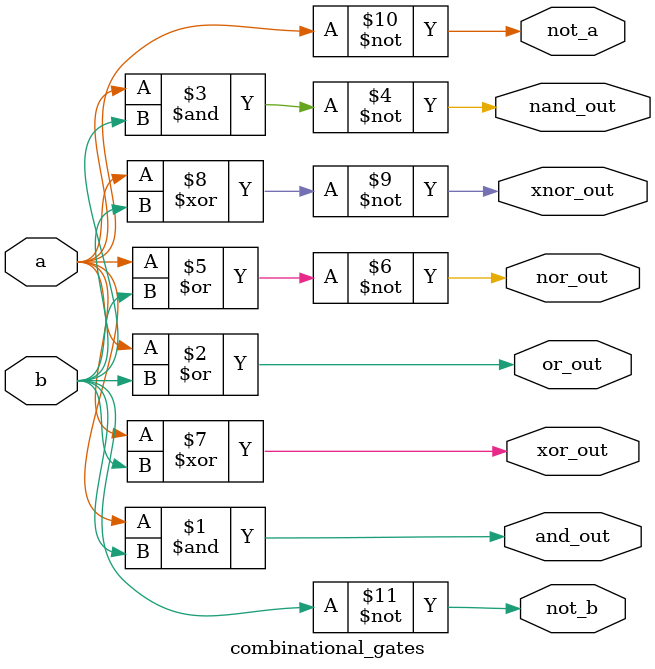
<source format=v>
`timescale 1ns / 1ps

module combinational_gates(a, b, and_out, or_out, nand_out, nor_out, xor_out, xnor_out, not_a, not_b);
    input a, b;
    output and_out, or_out, nand_out, nor_out, xor_out, xnor_out, not_a, not_b;

    assign and_out  = a & b;
    assign or_out   = a | b;
    assign nand_out = ~(a & b);
    assign nor_out  = ~(a | b);
    assign xor_out  = a ^ b;
    assign xnor_out = ~(a ^ b);
    assign not_a    = ~a;
    assign not_b    = ~b;

endmodule

</source>
